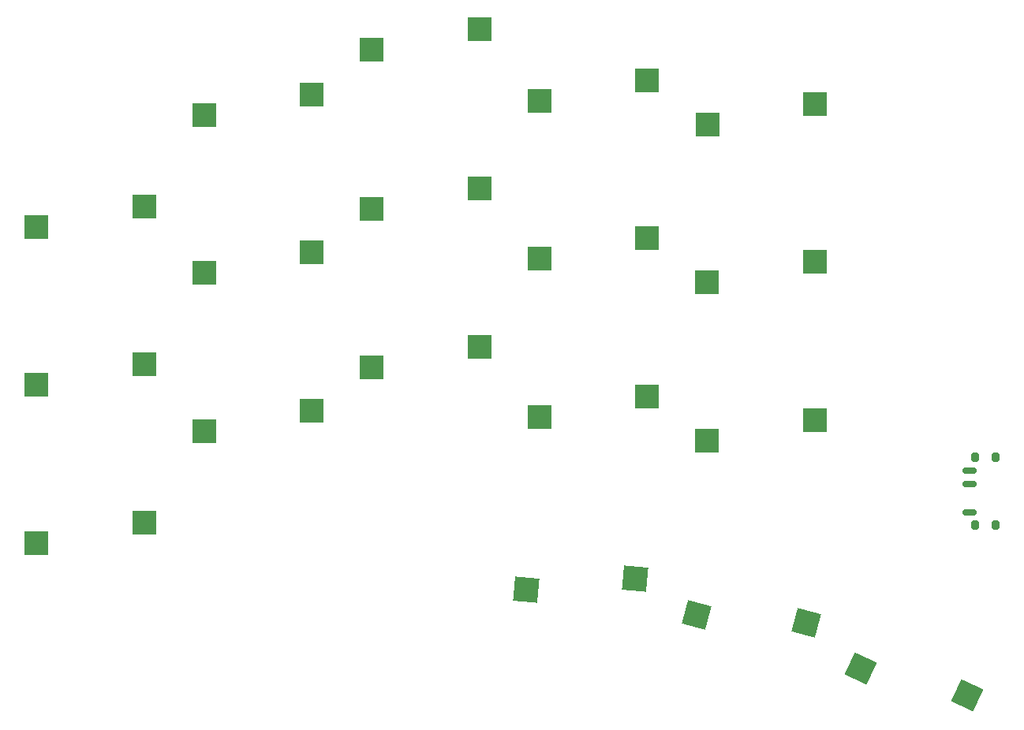
<source format=gbr>
%TF.GenerationSoftware,KiCad,Pcbnew,(6.0.0)*%
%TF.CreationDate,2022-10-21T08:50:00-07:00*%
%TF.ProjectId,half-swept,68616c66-2d73-4776-9570-742e6b696361,rev?*%
%TF.SameCoordinates,Original*%
%TF.FileFunction,Paste,Top*%
%TF.FilePolarity,Positive*%
%FSLAX46Y46*%
G04 Gerber Fmt 4.6, Leading zero omitted, Abs format (unit mm)*
G04 Created by KiCad (PCBNEW (6.0.0)) date 2022-10-21 08:50:00*
%MOMM*%
%LPD*%
G01*
G04 APERTURE LIST*
G04 Aperture macros list*
%AMRoundRect*
0 Rectangle with rounded corners*
0 $1 Rounding radius*
0 $2 $3 $4 $5 $6 $7 $8 $9 X,Y pos of 4 corners*
0 Add a 4 corners polygon primitive as box body*
4,1,4,$2,$3,$4,$5,$6,$7,$8,$9,$2,$3,0*
0 Add four circle primitives for the rounded corners*
1,1,$1+$1,$2,$3*
1,1,$1+$1,$4,$5*
1,1,$1+$1,$6,$7*
1,1,$1+$1,$8,$9*
0 Add four rect primitives between the rounded corners*
20,1,$1+$1,$2,$3,$4,$5,0*
20,1,$1+$1,$4,$5,$6,$7,0*
20,1,$1+$1,$6,$7,$8,$9,0*
20,1,$1+$1,$8,$9,$2,$3,0*%
%AMRotRect*
0 Rectangle, with rotation*
0 The origin of the aperture is its center*
0 $1 length*
0 $2 width*
0 $3 Rotation angle, in degrees counterclockwise*
0 Add horizontal line*
21,1,$1,$2,0,0,$3*%
G04 Aperture macros list end*
%ADD10R,2.600000X2.600000*%
%ADD11RotRect,2.600000X2.600000X155.000000*%
%ADD12RotRect,2.600000X2.600000X165.000000*%
%ADD13RoundRect,0.200000X0.200000X-0.300000X0.200000X0.300000X-0.200000X0.300000X-0.200000X-0.300000X0*%
%ADD14RoundRect,0.175000X0.575000X-0.175000X0.575000X0.175000X-0.575000X0.175000X-0.575000X-0.175000X0*%
%ADD15RotRect,2.600000X2.600000X175.000000*%
G04 APERTURE END LIST*
D10*
%TO.C,SW2*%
X19351865Y-47255002D03*
X30901865Y-45055002D03*
%TD*%
%TO.C,SW3*%
X37351867Y-35255002D03*
X48901867Y-33055002D03*
%TD*%
%TO.C,SW4*%
X55351864Y-28255002D03*
X66901864Y-26055002D03*
%TD*%
%TO.C,SW5*%
X73351865Y-33755003D03*
X84901865Y-31555003D03*
%TD*%
%TO.C,SW6*%
X91351863Y-36255002D03*
X102901863Y-34055002D03*
%TD*%
%TO.C,SW8*%
X19351865Y-64255002D03*
X30901865Y-62055002D03*
%TD*%
%TO.C,SW9*%
X37351867Y-52229002D03*
X48901867Y-50029002D03*
%TD*%
%TO.C,SW10*%
X55351866Y-45371002D03*
X66901866Y-43171002D03*
%TD*%
%TO.C,SW11*%
X73351867Y-50705005D03*
X84901867Y-48505005D03*
%TD*%
%TO.C,SW12*%
X91331865Y-53245002D03*
X102881865Y-51045002D03*
%TD*%
%TO.C,SW14*%
X19351865Y-81254999D03*
X30901865Y-79054999D03*
%TD*%
%TO.C,SW15*%
X37351864Y-69247001D03*
X48901864Y-67047001D03*
%TD*%
%TO.C,SW16*%
X55351863Y-62389003D03*
X66901863Y-60189003D03*
%TD*%
%TO.C,SW17*%
X73351865Y-67723005D03*
X84901865Y-65523005D03*
%TD*%
%TO.C,SW18*%
X91325519Y-70263002D03*
X102875519Y-68063002D03*
%TD*%
D11*
%TO.C,SW20*%
X107844130Y-94713457D03*
X119241745Y-97600820D03*
%TD*%
D12*
%TO.C,SW21*%
X90223483Y-88904629D03*
X101949328Y-89768952D03*
%TD*%
D13*
%TO.C,SW7*%
X122323065Y-79332291D03*
X120113065Y-72032291D03*
X120113065Y-79332291D03*
X122323065Y-72032291D03*
D14*
X119463065Y-77932291D03*
X119463065Y-74932291D03*
X119463065Y-73432291D03*
%TD*%
D15*
%TO.C,SW1*%
X71895750Y-86246923D03*
X83593541Y-85061944D03*
%TD*%
M02*

</source>
